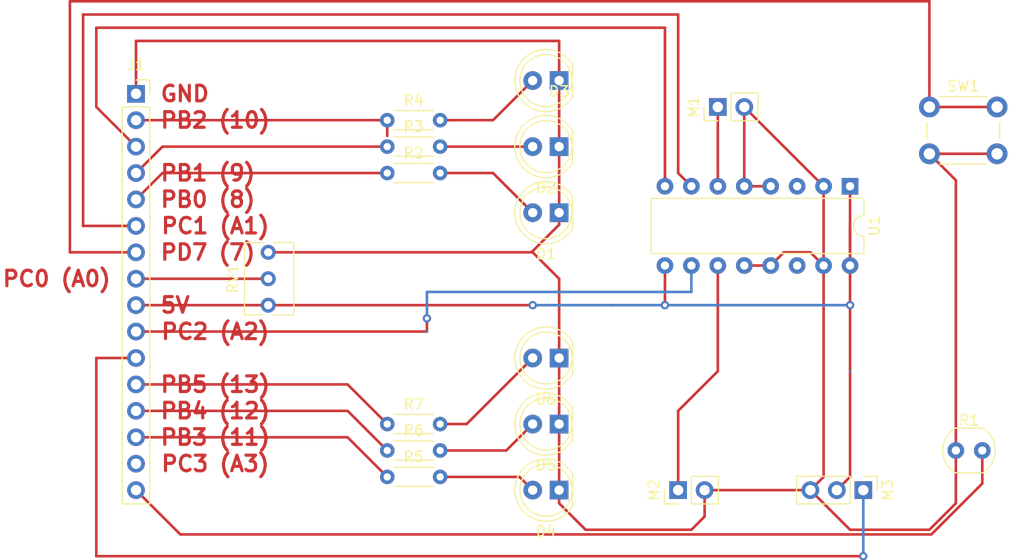
<source format=kicad_pcb>
(kicad_pcb (version 20171130) (host pcbnew 5.1.5-52549c5~84~ubuntu18.04.1)

  (general
    (thickness 1.6)
    (drawings 13)
    (tracks 119)
    (zones 0)
    (modules 20)
    (nets 27)
  )

  (page A4)
  (layers
    (0 F.Cu signal)
    (31 B.Cu signal)
    (32 B.Adhes user hide)
    (33 F.Adhes user hide)
    (34 B.Paste user hide)
    (35 F.Paste user hide)
    (36 B.SilkS user)
    (37 F.SilkS user)
    (38 B.Mask user)
    (39 F.Mask user)
    (40 Dwgs.User user)
    (41 Cmts.User user)
    (42 Eco1.User user)
    (43 Eco2.User user)
    (44 Edge.Cuts user)
    (45 Margin user)
    (46 B.CrtYd user)
    (47 F.CrtYd user)
    (48 B.Fab user)
    (49 F.Fab user)
  )

  (setup
    (last_trace_width 0.25)
    (trace_clearance 0.2)
    (zone_clearance 0.508)
    (zone_45_only no)
    (trace_min 0.2)
    (via_size 0.8)
    (via_drill 0.4)
    (via_min_size 0.4)
    (via_min_drill 0.3)
    (uvia_size 0.3)
    (uvia_drill 0.1)
    (uvias_allowed no)
    (uvia_min_size 0.2)
    (uvia_min_drill 0.1)
    (edge_width 0.05)
    (segment_width 0.2)
    (pcb_text_width 0.3)
    (pcb_text_size 1.5 1.5)
    (mod_edge_width 0.12)
    (mod_text_size 1 1)
    (mod_text_width 0.15)
    (pad_size 1.524 1.524)
    (pad_drill 0.762)
    (pad_to_mask_clearance 0.051)
    (solder_mask_min_width 0.25)
    (aux_axis_origin 0 0)
    (visible_elements FFFFFF7F)
    (pcbplotparams
      (layerselection 0x010fc_ffffffff)
      (usegerberextensions false)
      (usegerberattributes false)
      (usegerberadvancedattributes false)
      (creategerberjobfile false)
      (excludeedgelayer true)
      (linewidth 0.100000)
      (plotframeref false)
      (viasonmask false)
      (mode 1)
      (useauxorigin false)
      (hpglpennumber 1)
      (hpglpenspeed 20)
      (hpglpendiameter 15.000000)
      (psnegative false)
      (psa4output false)
      (plotreference true)
      (plotvalue true)
      (plotinvisibletext false)
      (padsonsilk false)
      (subtractmaskfromsilk false)
      (outputformat 1)
      (mirror false)
      (drillshape 1)
      (scaleselection 1)
      (outputdirectory ""))
  )

  (net 0 "")
  (net 1 "Net-(D1-Pad2)")
  (net 2 GND)
  (net 3 "Net-(D2-Pad2)")
  (net 4 "Net-(D3-Pad2)")
  (net 5 "Net-(D4-Pad2)")
  (net 6 "Net-(D5-Pad2)")
  (net 7 "Net-(D6-Pad2)")
  (net 8 BAGS2)
  (net 9 BAGS1)
  (net 10 ROBOTARM)
  (net 11 GRINDER2)
  (net 12 GRINDER1)
  (net 13 ENGRINDERS)
  (net 14 OVEN2H)
  (net 15 OVEN2M)
  (net 16 OVEN2L)
  (net 17 OVEN1H)
  (net 18 OVEN1M)
  (net 19 OVEN1L)
  (net 20 SILO)
  (net 21 "Net-(M1-Pad1)")
  (net 22 "Net-(M2-Pad1)")
  (net 23 +9V)
  (net 24 "Net-(U1-Pad14)")
  (net 25 "Net-(U1-Pad3)")
  (net 26 "Net-(J1-Pad16)")

  (net_class Default "This is the default net class."
    (clearance 0.2)
    (trace_width 0.25)
    (via_dia 0.8)
    (via_drill 0.4)
    (uvia_dia 0.3)
    (uvia_drill 0.1)
    (add_net +9V)
    (add_net BAGS1)
    (add_net BAGS2)
    (add_net ENGRINDERS)
    (add_net GND)
    (add_net GRINDER1)
    (add_net GRINDER2)
    (add_net "Net-(D1-Pad2)")
    (add_net "Net-(D2-Pad2)")
    (add_net "Net-(D3-Pad2)")
    (add_net "Net-(D4-Pad2)")
    (add_net "Net-(D5-Pad2)")
    (add_net "Net-(D6-Pad2)")
    (add_net "Net-(J1-Pad16)")
    (add_net "Net-(M1-Pad1)")
    (add_net "Net-(M2-Pad1)")
    (add_net "Net-(U1-Pad14)")
    (add_net "Net-(U1-Pad3)")
    (add_net OVEN1H)
    (add_net OVEN1L)
    (add_net OVEN1M)
    (add_net OVEN2H)
    (add_net OVEN2L)
    (add_net OVEN2M)
    (add_net ROBOTARM)
    (add_net SILO)
  )

  (module Package_DIP:DIP-16_W7.62mm (layer F.Cu) (tedit 5A02E8C5) (tstamp 5D4CD4F0)
    (at 152.4 83.82 270)
    (descr "16-lead though-hole mounted DIP package, row spacing 7.62 mm (300 mils)")
    (tags "THT DIP DIL PDIP 2.54mm 7.62mm 300mil")
    (path /5D3F3AF9)
    (fp_text reference U1 (at 3.81 -2.33 90) (layer F.SilkS)
      (effects (font (size 1 1) (thickness 0.15)))
    )
    (fp_text value L293D (at 3.81 20.11 90) (layer F.Fab)
      (effects (font (size 1 1) (thickness 0.15)))
    )
    (fp_text user %R (at 3.81 8.89 90) (layer F.Fab)
      (effects (font (size 1 1) (thickness 0.15)))
    )
    (fp_line (start 8.7 -1.55) (end -1.1 -1.55) (layer F.CrtYd) (width 0.05))
    (fp_line (start 8.7 19.3) (end 8.7 -1.55) (layer F.CrtYd) (width 0.05))
    (fp_line (start -1.1 19.3) (end 8.7 19.3) (layer F.CrtYd) (width 0.05))
    (fp_line (start -1.1 -1.55) (end -1.1 19.3) (layer F.CrtYd) (width 0.05))
    (fp_line (start 6.46 -1.33) (end 4.81 -1.33) (layer F.SilkS) (width 0.12))
    (fp_line (start 6.46 19.11) (end 6.46 -1.33) (layer F.SilkS) (width 0.12))
    (fp_line (start 1.16 19.11) (end 6.46 19.11) (layer F.SilkS) (width 0.12))
    (fp_line (start 1.16 -1.33) (end 1.16 19.11) (layer F.SilkS) (width 0.12))
    (fp_line (start 2.81 -1.33) (end 1.16 -1.33) (layer F.SilkS) (width 0.12))
    (fp_line (start 0.635 -0.27) (end 1.635 -1.27) (layer F.Fab) (width 0.1))
    (fp_line (start 0.635 19.05) (end 0.635 -0.27) (layer F.Fab) (width 0.1))
    (fp_line (start 6.985 19.05) (end 0.635 19.05) (layer F.Fab) (width 0.1))
    (fp_line (start 6.985 -1.27) (end 6.985 19.05) (layer F.Fab) (width 0.1))
    (fp_line (start 1.635 -1.27) (end 6.985 -1.27) (layer F.Fab) (width 0.1))
    (fp_arc (start 3.81 -1.33) (end 2.81 -1.33) (angle -180) (layer F.SilkS) (width 0.12))
    (pad 16 thru_hole oval (at 7.62 0 270) (size 1.6 1.6) (drill 0.8) (layers *.Cu *.Mask)
      (net 13 ENGRINDERS))
    (pad 8 thru_hole oval (at 0 17.78 270) (size 1.6 1.6) (drill 0.8) (layers *.Cu *.Mask)
      (net 23 +9V))
    (pad 15 thru_hole oval (at 7.62 2.54 270) (size 1.6 1.6) (drill 0.8) (layers *.Cu *.Mask)
      (net 2 GND))
    (pad 7 thru_hole oval (at 0 15.24 270) (size 1.6 1.6) (drill 0.8) (layers *.Cu *.Mask)
      (net 12 GRINDER1))
    (pad 14 thru_hole oval (at 7.62 5.08 270) (size 1.6 1.6) (drill 0.8) (layers *.Cu *.Mask)
      (net 24 "Net-(U1-Pad14)"))
    (pad 6 thru_hole oval (at 0 12.7 270) (size 1.6 1.6) (drill 0.8) (layers *.Cu *.Mask)
      (net 21 "Net-(M1-Pad1)"))
    (pad 13 thru_hole oval (at 7.62 7.62 270) (size 1.6 1.6) (drill 0.8) (layers *.Cu *.Mask)
      (net 2 GND))
    (pad 5 thru_hole oval (at 0 10.16 270) (size 1.6 1.6) (drill 0.8) (layers *.Cu *.Mask)
      (net 2 GND))
    (pad 12 thru_hole oval (at 7.62 10.16 270) (size 1.6 1.6) (drill 0.8) (layers *.Cu *.Mask)
      (net 2 GND))
    (pad 4 thru_hole oval (at 0 7.62 270) (size 1.6 1.6) (drill 0.8) (layers *.Cu *.Mask)
      (net 2 GND))
    (pad 11 thru_hole oval (at 7.62 12.7 270) (size 1.6 1.6) (drill 0.8) (layers *.Cu *.Mask)
      (net 22 "Net-(M2-Pad1)"))
    (pad 3 thru_hole oval (at 0 5.08 270) (size 1.6 1.6) (drill 0.8) (layers *.Cu *.Mask)
      (net 25 "Net-(U1-Pad3)"))
    (pad 10 thru_hole oval (at 7.62 15.24 270) (size 1.6 1.6) (drill 0.8) (layers *.Cu *.Mask)
      (net 11 GRINDER2))
    (pad 2 thru_hole oval (at 0 2.54 270) (size 1.6 1.6) (drill 0.8) (layers *.Cu *.Mask)
      (net 2 GND))
    (pad 9 thru_hole oval (at 7.62 17.78 270) (size 1.6 1.6) (drill 0.8) (layers *.Cu *.Mask)
      (net 13 ENGRINDERS))
    (pad 1 thru_hole rect (at 0 0 270) (size 1.6 1.6) (drill 0.8) (layers *.Cu *.Mask)
      (net 13 ENGRINDERS))
    (model ${KISYS3DMOD}/Package_DIP.3dshapes/DIP-16_W7.62mm.wrl
      (at (xyz 0 0 0))
      (scale (xyz 1 1 1))
      (rotate (xyz 0 0 0))
    )
  )

  (module Connector_PinSocket_2.54mm:PinSocket_1x16_P2.54mm_Vertical (layer F.Cu) (tedit 5A19A41E) (tstamp 5D4CD35D)
    (at 83.82 74.93)
    (descr "Through hole straight socket strip, 1x16, 2.54mm pitch, single row (from Kicad 4.0.7), script generated")
    (tags "Through hole socket strip THT 1x16 2.54mm single row")
    (path /5D4E19C2)
    (fp_text reference J1 (at 0 -2.77) (layer F.SilkS)
      (effects (font (size 1 1) (thickness 0.15)))
    )
    (fp_text value Conn_01x14_MountingPin (at 0 40.87) (layer F.Fab)
      (effects (font (size 1 1) (thickness 0.15)))
    )
    (fp_text user %R (at 0 19.05 90) (layer F.Fab)
      (effects (font (size 1 1) (thickness 0.15)))
    )
    (fp_line (start -1.8 39.9) (end -1.8 -1.8) (layer F.CrtYd) (width 0.05))
    (fp_line (start 1.75 39.9) (end -1.8 39.9) (layer F.CrtYd) (width 0.05))
    (fp_line (start 1.75 -1.8) (end 1.75 39.9) (layer F.CrtYd) (width 0.05))
    (fp_line (start -1.8 -1.8) (end 1.75 -1.8) (layer F.CrtYd) (width 0.05))
    (fp_line (start 0 -1.33) (end 1.33 -1.33) (layer F.SilkS) (width 0.12))
    (fp_line (start 1.33 -1.33) (end 1.33 0) (layer F.SilkS) (width 0.12))
    (fp_line (start 1.33 1.27) (end 1.33 39.43) (layer F.SilkS) (width 0.12))
    (fp_line (start -1.33 39.43) (end 1.33 39.43) (layer F.SilkS) (width 0.12))
    (fp_line (start -1.33 1.27) (end -1.33 39.43) (layer F.SilkS) (width 0.12))
    (fp_line (start -1.33 1.27) (end 1.33 1.27) (layer F.SilkS) (width 0.12))
    (fp_line (start -1.27 39.37) (end -1.27 -1.27) (layer F.Fab) (width 0.1))
    (fp_line (start 1.27 39.37) (end -1.27 39.37) (layer F.Fab) (width 0.1))
    (fp_line (start 1.27 -0.635) (end 1.27 39.37) (layer F.Fab) (width 0.1))
    (fp_line (start 0.635 -1.27) (end 1.27 -0.635) (layer F.Fab) (width 0.1))
    (fp_line (start -1.27 -1.27) (end 0.635 -1.27) (layer F.Fab) (width 0.1))
    (pad 16 thru_hole oval (at 0 38.1) (size 1.7 1.7) (drill 1) (layers *.Cu *.Mask)
      (net 26 "Net-(J1-Pad16)"))
    (pad 15 thru_hole oval (at 0 35.56) (size 1.7 1.7) (drill 1) (layers *.Cu *.Mask)
      (net 8 BAGS2))
    (pad 14 thru_hole oval (at 0 33.02) (size 1.7 1.7) (drill 1) (layers *.Cu *.Mask)
      (net 14 OVEN2H))
    (pad 13 thru_hole oval (at 0 30.48) (size 1.7 1.7) (drill 1) (layers *.Cu *.Mask)
      (net 15 OVEN2M))
    (pad 12 thru_hole oval (at 0 27.94) (size 1.7 1.7) (drill 1) (layers *.Cu *.Mask)
      (net 16 OVEN2L))
    (pad 11 thru_hole oval (at 0 25.4) (size 1.7 1.7) (drill 1) (layers *.Cu *.Mask)
      (net 10 ROBOTARM))
    (pad 10 thru_hole oval (at 0 22.86) (size 1.7 1.7) (drill 1) (layers *.Cu *.Mask)
      (net 11 GRINDER2))
    (pad 9 thru_hole oval (at 0 20.32) (size 1.7 1.7) (drill 1) (layers *.Cu *.Mask)
      (net 13 ENGRINDERS))
    (pad 8 thru_hole oval (at 0 17.78) (size 1.7 1.7) (drill 1) (layers *.Cu *.Mask)
      (net 20 SILO))
    (pad 7 thru_hole oval (at 0 15.24) (size 1.7 1.7) (drill 1) (layers *.Cu *.Mask)
      (net 9 BAGS1))
    (pad 6 thru_hole oval (at 0 12.7) (size 1.7 1.7) (drill 1) (layers *.Cu *.Mask)
      (net 12 GRINDER1))
    (pad 5 thru_hole oval (at 0 10.16) (size 1.7 1.7) (drill 1) (layers *.Cu *.Mask)
      (net 17 OVEN1H))
    (pad 4 thru_hole oval (at 0 7.62) (size 1.7 1.7) (drill 1) (layers *.Cu *.Mask)
      (net 18 OVEN1M))
    (pad 3 thru_hole oval (at 0 5.08) (size 1.7 1.7) (drill 1) (layers *.Cu *.Mask)
      (net 23 +9V))
    (pad 2 thru_hole oval (at 0 2.54) (size 1.7 1.7) (drill 1) (layers *.Cu *.Mask)
      (net 19 OVEN1L))
    (pad 1 thru_hole rect (at 0 0) (size 1.7 1.7) (drill 1) (layers *.Cu *.Mask)
      (net 2 GND))
    (model ${KISYS3DMOD}/Connector_PinSocket_2.54mm.3dshapes/PinSocket_1x16_P2.54mm_Vertical.wrl
      (at (xyz 0 0 0))
      (scale (xyz 1 1 1))
      (rotate (xyz 0 0 0))
    )
  )

  (module Potentiometer_THT:Potentiometer_Bourns_3266Y_Vertical (layer F.Cu) (tedit 5A3D4994) (tstamp 5D53EE5E)
    (at 96.52 90.17 90)
    (descr "Potentiometer, vertical, Bourns 3266Y, https://www.bourns.com/docs/Product-Datasheets/3266.pdf")
    (tags "Potentiometer vertical Bourns 3266Y")
    (path /5D41CF2F)
    (fp_text reference RV1 (at -2.54 -3.41 90) (layer F.SilkS)
      (effects (font (size 1 1) (thickness 0.15)))
    )
    (fp_text value SILO (at -2.54 3.59 90) (layer F.Fab)
      (effects (font (size 1 1) (thickness 0.15)))
    )
    (fp_text user %R (at -3.15 0.09 90) (layer F.Fab)
      (effects (font (size 0.92 0.92) (thickness 0.15)))
    )
    (fp_line (start 1.1 -2.45) (end -6.15 -2.45) (layer F.CrtYd) (width 0.05))
    (fp_line (start 1.1 2.6) (end 1.1 -2.45) (layer F.CrtYd) (width 0.05))
    (fp_line (start -6.15 2.6) (end 1.1 2.6) (layer F.CrtYd) (width 0.05))
    (fp_line (start -6.15 -2.45) (end -6.15 2.6) (layer F.CrtYd) (width 0.05))
    (fp_line (start 0.935 0.496) (end 0.935 2.46) (layer F.SilkS) (width 0.12))
    (fp_line (start 0.935 -2.28) (end 0.935 -0.494) (layer F.SilkS) (width 0.12))
    (fp_line (start -6.015 0.496) (end -6.015 2.46) (layer F.SilkS) (width 0.12))
    (fp_line (start -6.015 -2.28) (end -6.015 -0.494) (layer F.SilkS) (width 0.12))
    (fp_line (start -6.015 2.46) (end 0.935 2.46) (layer F.SilkS) (width 0.12))
    (fp_line (start -6.015 -2.28) (end 0.935 -2.28) (layer F.SilkS) (width 0.12))
    (fp_line (start -0.405 1.952) (end -0.404 0.189) (layer F.Fab) (width 0.1))
    (fp_line (start -0.405 1.952) (end -0.404 0.189) (layer F.Fab) (width 0.1))
    (fp_line (start 0.815 -2.16) (end -5.895 -2.16) (layer F.Fab) (width 0.1))
    (fp_line (start 0.815 2.34) (end 0.815 -2.16) (layer F.Fab) (width 0.1))
    (fp_line (start -5.895 2.34) (end 0.815 2.34) (layer F.Fab) (width 0.1))
    (fp_line (start -5.895 -2.16) (end -5.895 2.34) (layer F.Fab) (width 0.1))
    (fp_circle (center -0.405 1.07) (end 0.485 1.07) (layer F.Fab) (width 0.1))
    (pad 3 thru_hole circle (at -5.08 0 90) (size 1.44 1.44) (drill 0.8) (layers *.Cu *.Mask)
      (net 13 ENGRINDERS))
    (pad 2 thru_hole circle (at -2.54 0 90) (size 1.44 1.44) (drill 0.8) (layers *.Cu *.Mask)
      (net 20 SILO))
    (pad 1 thru_hole circle (at 0 0 90) (size 1.44 1.44) (drill 0.8) (layers *.Cu *.Mask)
      (net 2 GND))
    (model ${KISYS3DMOD}/Potentiometer_THT.3dshapes/Potentiometer_Bourns_3266Y_Vertical.wrl
      (at (xyz 0 0 0))
      (scale (xyz 1 1 1))
      (rotate (xyz 0 0 0))
    )
  )

  (module Connector_PinHeader_2.54mm:PinHeader_1x03_P2.54mm_Vertical (layer F.Cu) (tedit 59FED5CC) (tstamp 5D4CD403)
    (at 153.67 113.03 270)
    (descr "Through hole straight pin header, 1x03, 2.54mm pitch, single row")
    (tags "Through hole pin header THT 1x03 2.54mm single row")
    (path /5D4931E1)
    (fp_text reference M3 (at 0 -2.33 90) (layer F.SilkS)
      (effects (font (size 1 1) (thickness 0.15)))
    )
    (fp_text value ROBOTARM (at 0 7.41 90) (layer F.Fab)
      (effects (font (size 1 1) (thickness 0.15)))
    )
    (fp_text user %R (at 0 2.54) (layer F.Fab)
      (effects (font (size 1 1) (thickness 0.15)))
    )
    (fp_line (start 1.8 -1.8) (end -1.8 -1.8) (layer F.CrtYd) (width 0.05))
    (fp_line (start 1.8 6.85) (end 1.8 -1.8) (layer F.CrtYd) (width 0.05))
    (fp_line (start -1.8 6.85) (end 1.8 6.85) (layer F.CrtYd) (width 0.05))
    (fp_line (start -1.8 -1.8) (end -1.8 6.85) (layer F.CrtYd) (width 0.05))
    (fp_line (start -1.33 -1.33) (end 0 -1.33) (layer F.SilkS) (width 0.12))
    (fp_line (start -1.33 0) (end -1.33 -1.33) (layer F.SilkS) (width 0.12))
    (fp_line (start -1.33 1.27) (end 1.33 1.27) (layer F.SilkS) (width 0.12))
    (fp_line (start 1.33 1.27) (end 1.33 6.41) (layer F.SilkS) (width 0.12))
    (fp_line (start -1.33 1.27) (end -1.33 6.41) (layer F.SilkS) (width 0.12))
    (fp_line (start -1.33 6.41) (end 1.33 6.41) (layer F.SilkS) (width 0.12))
    (fp_line (start -1.27 -0.635) (end -0.635 -1.27) (layer F.Fab) (width 0.1))
    (fp_line (start -1.27 6.35) (end -1.27 -0.635) (layer F.Fab) (width 0.1))
    (fp_line (start 1.27 6.35) (end -1.27 6.35) (layer F.Fab) (width 0.1))
    (fp_line (start 1.27 -1.27) (end 1.27 6.35) (layer F.Fab) (width 0.1))
    (fp_line (start -0.635 -1.27) (end 1.27 -1.27) (layer F.Fab) (width 0.1))
    (pad 3 thru_hole oval (at 0 5.08 270) (size 1.7 1.7) (drill 1) (layers *.Cu *.Mask)
      (net 2 GND))
    (pad 2 thru_hole oval (at 0 2.54 270) (size 1.7 1.7) (drill 1) (layers *.Cu *.Mask)
      (net 13 ENGRINDERS))
    (pad 1 thru_hole rect (at 0 0 270) (size 1.7 1.7) (drill 1) (layers *.Cu *.Mask)
      (net 10 ROBOTARM))
    (model ${KISYS3DMOD}/Connector_PinHeader_2.54mm.3dshapes/PinHeader_1x03_P2.54mm_Vertical.wrl
      (at (xyz 0 0 0))
      (scale (xyz 1 1 1))
      (rotate (xyz 0 0 0))
    )
  )

  (module Connector_PinHeader_2.54mm:PinHeader_1x02_P2.54mm_Vertical (layer F.Cu) (tedit 59FED5CC) (tstamp 5D4CD3C3)
    (at 135.89 113.03 90)
    (descr "Through hole straight pin header, 1x02, 2.54mm pitch, single row")
    (tags "Through hole pin header THT 1x02 2.54mm single row")
    (path /5D3F5B2B)
    (fp_text reference M2 (at 0 -2.33 90) (layer F.SilkS)
      (effects (font (size 1 1) (thickness 0.15)))
    )
    (fp_text value Grinder2 (at 0 4.87 90) (layer F.Fab)
      (effects (font (size 1 1) (thickness 0.15)))
    )
    (fp_text user %R (at 0 1.27) (layer F.Fab)
      (effects (font (size 1 1) (thickness 0.15)))
    )
    (fp_line (start 1.8 -1.8) (end -1.8 -1.8) (layer F.CrtYd) (width 0.05))
    (fp_line (start 1.8 4.35) (end 1.8 -1.8) (layer F.CrtYd) (width 0.05))
    (fp_line (start -1.8 4.35) (end 1.8 4.35) (layer F.CrtYd) (width 0.05))
    (fp_line (start -1.8 -1.8) (end -1.8 4.35) (layer F.CrtYd) (width 0.05))
    (fp_line (start -1.33 -1.33) (end 0 -1.33) (layer F.SilkS) (width 0.12))
    (fp_line (start -1.33 0) (end -1.33 -1.33) (layer F.SilkS) (width 0.12))
    (fp_line (start -1.33 1.27) (end 1.33 1.27) (layer F.SilkS) (width 0.12))
    (fp_line (start 1.33 1.27) (end 1.33 3.87) (layer F.SilkS) (width 0.12))
    (fp_line (start -1.33 1.27) (end -1.33 3.87) (layer F.SilkS) (width 0.12))
    (fp_line (start -1.33 3.87) (end 1.33 3.87) (layer F.SilkS) (width 0.12))
    (fp_line (start -1.27 -0.635) (end -0.635 -1.27) (layer F.Fab) (width 0.1))
    (fp_line (start -1.27 3.81) (end -1.27 -0.635) (layer F.Fab) (width 0.1))
    (fp_line (start 1.27 3.81) (end -1.27 3.81) (layer F.Fab) (width 0.1))
    (fp_line (start 1.27 -1.27) (end 1.27 3.81) (layer F.Fab) (width 0.1))
    (fp_line (start -0.635 -1.27) (end 1.27 -1.27) (layer F.Fab) (width 0.1))
    (pad 2 thru_hole oval (at 0 2.54 90) (size 1.7 1.7) (drill 1) (layers *.Cu *.Mask)
      (net 2 GND))
    (pad 1 thru_hole rect (at 0 0 90) (size 1.7 1.7) (drill 1) (layers *.Cu *.Mask)
      (net 22 "Net-(M2-Pad1)"))
    (model ${KISYS3DMOD}/Connector_PinHeader_2.54mm.3dshapes/PinHeader_1x02_P2.54mm_Vertical.wrl
      (at (xyz 0 0 0))
      (scale (xyz 1 1 1))
      (rotate (xyz 0 0 0))
    )
  )

  (module Connector_PinHeader_2.54mm:PinHeader_1x02_P2.54mm_Vertical (layer F.Cu) (tedit 59FED5CC) (tstamp 5D4CD390)
    (at 139.7 76.2 90)
    (descr "Through hole straight pin header, 1x02, 2.54mm pitch, single row")
    (tags "Through hole pin header THT 1x02 2.54mm single row")
    (path /5D3F58A9)
    (fp_text reference M1 (at 0 -2.33 90) (layer F.SilkS)
      (effects (font (size 1 1) (thickness 0.15)))
    )
    (fp_text value Grinder1 (at 0 4.87 90) (layer F.Fab)
      (effects (font (size 1 1) (thickness 0.15)))
    )
    (fp_text user %R (at 0 1.27) (layer F.Fab)
      (effects (font (size 1 1) (thickness 0.15)))
    )
    (fp_line (start 1.8 -1.8) (end -1.8 -1.8) (layer F.CrtYd) (width 0.05))
    (fp_line (start 1.8 4.35) (end 1.8 -1.8) (layer F.CrtYd) (width 0.05))
    (fp_line (start -1.8 4.35) (end 1.8 4.35) (layer F.CrtYd) (width 0.05))
    (fp_line (start -1.8 -1.8) (end -1.8 4.35) (layer F.CrtYd) (width 0.05))
    (fp_line (start -1.33 -1.33) (end 0 -1.33) (layer F.SilkS) (width 0.12))
    (fp_line (start -1.33 0) (end -1.33 -1.33) (layer F.SilkS) (width 0.12))
    (fp_line (start -1.33 1.27) (end 1.33 1.27) (layer F.SilkS) (width 0.12))
    (fp_line (start 1.33 1.27) (end 1.33 3.87) (layer F.SilkS) (width 0.12))
    (fp_line (start -1.33 1.27) (end -1.33 3.87) (layer F.SilkS) (width 0.12))
    (fp_line (start -1.33 3.87) (end 1.33 3.87) (layer F.SilkS) (width 0.12))
    (fp_line (start -1.27 -0.635) (end -0.635 -1.27) (layer F.Fab) (width 0.1))
    (fp_line (start -1.27 3.81) (end -1.27 -0.635) (layer F.Fab) (width 0.1))
    (fp_line (start 1.27 3.81) (end -1.27 3.81) (layer F.Fab) (width 0.1))
    (fp_line (start 1.27 -1.27) (end 1.27 3.81) (layer F.Fab) (width 0.1))
    (fp_line (start -0.635 -1.27) (end 1.27 -1.27) (layer F.Fab) (width 0.1))
    (pad 2 thru_hole oval (at 0 2.54 90) (size 1.7 1.7) (drill 1) (layers *.Cu *.Mask)
      (net 2 GND))
    (pad 1 thru_hole rect (at 0 0 90) (size 1.7 1.7) (drill 1) (layers *.Cu *.Mask)
      (net 21 "Net-(M1-Pad1)"))
    (model ${KISYS3DMOD}/Connector_PinHeader_2.54mm.3dshapes/PinHeader_1x02_P2.54mm_Vertical.wrl
      (at (xyz 0 0 0))
      (scale (xyz 1 1 1))
      (rotate (xyz 0 0 0))
    )
  )

  (module LED_THT:LED_D5.0mm (layer F.Cu) (tedit 5995936A) (tstamp 5D4CD2EA)
    (at 124.46 80.01 180)
    (descr "LED, diameter 5.0mm, 2 pins, http://cdn-reichelt.de/documents/datenblatt/A500/LL-504BC2E-009.pdf")
    (tags "LED diameter 5.0mm 2 pins")
    (path /5D44D77B)
    (fp_text reference D2 (at 1.27 -3.96) (layer F.SilkS)
      (effects (font (size 1 1) (thickness 0.15)))
    )
    (fp_text value LED (at 1.27 3.96) (layer F.Fab)
      (effects (font (size 1 1) (thickness 0.15)))
    )
    (fp_text user %R (at 1.25 0) (layer F.Fab)
      (effects (font (size 0.8 0.8) (thickness 0.2)))
    )
    (fp_line (start 4.5 -3.25) (end -1.95 -3.25) (layer F.CrtYd) (width 0.05))
    (fp_line (start 4.5 3.25) (end 4.5 -3.25) (layer F.CrtYd) (width 0.05))
    (fp_line (start -1.95 3.25) (end 4.5 3.25) (layer F.CrtYd) (width 0.05))
    (fp_line (start -1.95 -3.25) (end -1.95 3.25) (layer F.CrtYd) (width 0.05))
    (fp_line (start -1.29 -1.545) (end -1.29 1.545) (layer F.SilkS) (width 0.12))
    (fp_line (start -1.23 -1.469694) (end -1.23 1.469694) (layer F.Fab) (width 0.1))
    (fp_circle (center 1.27 0) (end 3.77 0) (layer F.SilkS) (width 0.12))
    (fp_circle (center 1.27 0) (end 3.77 0) (layer F.Fab) (width 0.1))
    (fp_arc (start 1.27 0) (end -1.29 1.54483) (angle -148.9) (layer F.SilkS) (width 0.12))
    (fp_arc (start 1.27 0) (end -1.29 -1.54483) (angle 148.9) (layer F.SilkS) (width 0.12))
    (fp_arc (start 1.27 0) (end -1.23 -1.469694) (angle 299.1) (layer F.Fab) (width 0.1))
    (pad 2 thru_hole circle (at 2.54 0 180) (size 1.8 1.8) (drill 0.9) (layers *.Cu *.Mask)
      (net 3 "Net-(D2-Pad2)"))
    (pad 1 thru_hole rect (at 0 0 180) (size 1.8 1.8) (drill 0.9) (layers *.Cu *.Mask)
      (net 2 GND))
    (model ${KISYS3DMOD}/LED_THT.3dshapes/LED_D5.0mm.wrl
      (at (xyz 0 0 0))
      (scale (xyz 1 1 1))
      (rotate (xyz 0 0 0))
    )
  )

  (module LED_THT:LED_D5.0mm (layer F.Cu) (tedit 5995936A) (tstamp 5D4CD33A)
    (at 124.46 100.33 180)
    (descr "LED, diameter 5.0mm, 2 pins, http://cdn-reichelt.de/documents/datenblatt/A500/LL-504BC2E-009.pdf")
    (tags "LED diameter 5.0mm 2 pins")
    (path /5D48B6AA)
    (fp_text reference D6 (at 1.27 -3.96) (layer F.SilkS)
      (effects (font (size 1 1) (thickness 0.15)))
    )
    (fp_text value LED (at 1.27 3.96) (layer F.Fab)
      (effects (font (size 1 1) (thickness 0.15)))
    )
    (fp_text user %R (at 1.25 0) (layer F.Fab)
      (effects (font (size 0.8 0.8) (thickness 0.2)))
    )
    (fp_line (start 4.5 -3.25) (end -1.95 -3.25) (layer F.CrtYd) (width 0.05))
    (fp_line (start 4.5 3.25) (end 4.5 -3.25) (layer F.CrtYd) (width 0.05))
    (fp_line (start -1.95 3.25) (end 4.5 3.25) (layer F.CrtYd) (width 0.05))
    (fp_line (start -1.95 -3.25) (end -1.95 3.25) (layer F.CrtYd) (width 0.05))
    (fp_line (start -1.29 -1.545) (end -1.29 1.545) (layer F.SilkS) (width 0.12))
    (fp_line (start -1.23 -1.469694) (end -1.23 1.469694) (layer F.Fab) (width 0.1))
    (fp_circle (center 1.27 0) (end 3.77 0) (layer F.SilkS) (width 0.12))
    (fp_circle (center 1.27 0) (end 3.77 0) (layer F.Fab) (width 0.1))
    (fp_arc (start 1.27 0) (end -1.29 1.54483) (angle -148.9) (layer F.SilkS) (width 0.12))
    (fp_arc (start 1.27 0) (end -1.29 -1.54483) (angle 148.9) (layer F.SilkS) (width 0.12))
    (fp_arc (start 1.27 0) (end -1.23 -1.469694) (angle 299.1) (layer F.Fab) (width 0.1))
    (pad 2 thru_hole circle (at 2.54 0 180) (size 1.8 1.8) (drill 0.9) (layers *.Cu *.Mask)
      (net 7 "Net-(D6-Pad2)"))
    (pad 1 thru_hole rect (at 0 0 180) (size 1.8 1.8) (drill 0.9) (layers *.Cu *.Mask)
      (net 2 GND))
    (model ${KISYS3DMOD}/LED_THT.3dshapes/LED_D5.0mm.wrl
      (at (xyz 0 0 0))
      (scale (xyz 1 1 1))
      (rotate (xyz 0 0 0))
    )
  )

  (module LED_THT:LED_D5.0mm (layer F.Cu) (tedit 5995936A) (tstamp 5D4CD326)
    (at 124.46 106.68 180)
    (descr "LED, diameter 5.0mm, 2 pins, http://cdn-reichelt.de/documents/datenblatt/A500/LL-504BC2E-009.pdf")
    (tags "LED diameter 5.0mm 2 pins")
    (path /5D48B6A4)
    (fp_text reference D5 (at 1.27 -3.96) (layer F.SilkS)
      (effects (font (size 1 1) (thickness 0.15)))
    )
    (fp_text value LED (at 1.27 3.96) (layer F.Fab)
      (effects (font (size 1 1) (thickness 0.15)))
    )
    (fp_text user %R (at 1.25 0) (layer F.Fab)
      (effects (font (size 0.8 0.8) (thickness 0.2)))
    )
    (fp_line (start 4.5 -3.25) (end -1.95 -3.25) (layer F.CrtYd) (width 0.05))
    (fp_line (start 4.5 3.25) (end 4.5 -3.25) (layer F.CrtYd) (width 0.05))
    (fp_line (start -1.95 3.25) (end 4.5 3.25) (layer F.CrtYd) (width 0.05))
    (fp_line (start -1.95 -3.25) (end -1.95 3.25) (layer F.CrtYd) (width 0.05))
    (fp_line (start -1.29 -1.545) (end -1.29 1.545) (layer F.SilkS) (width 0.12))
    (fp_line (start -1.23 -1.469694) (end -1.23 1.469694) (layer F.Fab) (width 0.1))
    (fp_circle (center 1.27 0) (end 3.77 0) (layer F.SilkS) (width 0.12))
    (fp_circle (center 1.27 0) (end 3.77 0) (layer F.Fab) (width 0.1))
    (fp_arc (start 1.27 0) (end -1.29 1.54483) (angle -148.9) (layer F.SilkS) (width 0.12))
    (fp_arc (start 1.27 0) (end -1.29 -1.54483) (angle 148.9) (layer F.SilkS) (width 0.12))
    (fp_arc (start 1.27 0) (end -1.23 -1.469694) (angle 299.1) (layer F.Fab) (width 0.1))
    (pad 2 thru_hole circle (at 2.54 0 180) (size 1.8 1.8) (drill 0.9) (layers *.Cu *.Mask)
      (net 6 "Net-(D5-Pad2)"))
    (pad 1 thru_hole rect (at 0 0 180) (size 1.8 1.8) (drill 0.9) (layers *.Cu *.Mask)
      (net 2 GND))
    (model ${KISYS3DMOD}/LED_THT.3dshapes/LED_D5.0mm.wrl
      (at (xyz 0 0 0))
      (scale (xyz 1 1 1))
      (rotate (xyz 0 0 0))
    )
  )

  (module LED_THT:LED_D5.0mm (layer F.Cu) (tedit 5995936A) (tstamp 5D4CD312)
    (at 124.46 113.03 180)
    (descr "LED, diameter 5.0mm, 2 pins, http://cdn-reichelt.de/documents/datenblatt/A500/LL-504BC2E-009.pdf")
    (tags "LED diameter 5.0mm 2 pins")
    (path /5D48B6B0)
    (fp_text reference D4 (at 1.27 -3.96) (layer F.SilkS)
      (effects (font (size 1 1) (thickness 0.15)))
    )
    (fp_text value LED (at 1.27 3.96) (layer F.Fab)
      (effects (font (size 1 1) (thickness 0.15)))
    )
    (fp_text user %R (at 1.25 0) (layer F.Fab)
      (effects (font (size 0.8 0.8) (thickness 0.2)))
    )
    (fp_line (start 4.5 -3.25) (end -1.95 -3.25) (layer F.CrtYd) (width 0.05))
    (fp_line (start 4.5 3.25) (end 4.5 -3.25) (layer F.CrtYd) (width 0.05))
    (fp_line (start -1.95 3.25) (end 4.5 3.25) (layer F.CrtYd) (width 0.05))
    (fp_line (start -1.95 -3.25) (end -1.95 3.25) (layer F.CrtYd) (width 0.05))
    (fp_line (start -1.29 -1.545) (end -1.29 1.545) (layer F.SilkS) (width 0.12))
    (fp_line (start -1.23 -1.469694) (end -1.23 1.469694) (layer F.Fab) (width 0.1))
    (fp_circle (center 1.27 0) (end 3.77 0) (layer F.SilkS) (width 0.12))
    (fp_circle (center 1.27 0) (end 3.77 0) (layer F.Fab) (width 0.1))
    (fp_arc (start 1.27 0) (end -1.29 1.54483) (angle -148.9) (layer F.SilkS) (width 0.12))
    (fp_arc (start 1.27 0) (end -1.29 -1.54483) (angle 148.9) (layer F.SilkS) (width 0.12))
    (fp_arc (start 1.27 0) (end -1.23 -1.469694) (angle 299.1) (layer F.Fab) (width 0.1))
    (pad 2 thru_hole circle (at 2.54 0 180) (size 1.8 1.8) (drill 0.9) (layers *.Cu *.Mask)
      (net 5 "Net-(D4-Pad2)"))
    (pad 1 thru_hole rect (at 0 0 180) (size 1.8 1.8) (drill 0.9) (layers *.Cu *.Mask)
      (net 2 GND))
    (model ${KISYS3DMOD}/LED_THT.3dshapes/LED_D5.0mm.wrl
      (at (xyz 0 0 0))
      (scale (xyz 1 1 1))
      (rotate (xyz 0 0 0))
    )
  )

  (module LED_THT:LED_D5.0mm (layer F.Cu) (tedit 5995936A) (tstamp 5D4CD2D6)
    (at 124.46 86.36 180)
    (descr "LED, diameter 5.0mm, 2 pins, http://cdn-reichelt.de/documents/datenblatt/A500/LL-504BC2E-009.pdf")
    (tags "LED diameter 5.0mm 2 pins")
    (path /5D44D787)
    (fp_text reference D1 (at 1.27 -3.96) (layer F.SilkS)
      (effects (font (size 1 1) (thickness 0.15)))
    )
    (fp_text value LED (at 1.27 3.96) (layer F.Fab)
      (effects (font (size 1 1) (thickness 0.15)))
    )
    (fp_text user %R (at 1.25 0) (layer F.Fab)
      (effects (font (size 0.8 0.8) (thickness 0.2)))
    )
    (fp_line (start 4.5 -3.25) (end -1.95 -3.25) (layer F.CrtYd) (width 0.05))
    (fp_line (start 4.5 3.25) (end 4.5 -3.25) (layer F.CrtYd) (width 0.05))
    (fp_line (start -1.95 3.25) (end 4.5 3.25) (layer F.CrtYd) (width 0.05))
    (fp_line (start -1.95 -3.25) (end -1.95 3.25) (layer F.CrtYd) (width 0.05))
    (fp_line (start -1.29 -1.545) (end -1.29 1.545) (layer F.SilkS) (width 0.12))
    (fp_line (start -1.23 -1.469694) (end -1.23 1.469694) (layer F.Fab) (width 0.1))
    (fp_circle (center 1.27 0) (end 3.77 0) (layer F.SilkS) (width 0.12))
    (fp_circle (center 1.27 0) (end 3.77 0) (layer F.Fab) (width 0.1))
    (fp_arc (start 1.27 0) (end -1.29 1.54483) (angle -148.9) (layer F.SilkS) (width 0.12))
    (fp_arc (start 1.27 0) (end -1.29 -1.54483) (angle 148.9) (layer F.SilkS) (width 0.12))
    (fp_arc (start 1.27 0) (end -1.23 -1.469694) (angle 299.1) (layer F.Fab) (width 0.1))
    (pad 2 thru_hole circle (at 2.54 0 180) (size 1.8 1.8) (drill 0.9) (layers *.Cu *.Mask)
      (net 1 "Net-(D1-Pad2)"))
    (pad 1 thru_hole rect (at 0 0 180) (size 1.8 1.8) (drill 0.9) (layers *.Cu *.Mask)
      (net 2 GND))
    (model ${KISYS3DMOD}/LED_THT.3dshapes/LED_D5.0mm.wrl
      (at (xyz 0 0 0))
      (scale (xyz 1 1 1))
      (rotate (xyz 0 0 0))
    )
  )

  (module LED_THT:LED_D5.0mm (layer F.Cu) (tedit 5995936A) (tstamp 5D4CD2FE)
    (at 124.46 73.66 180)
    (descr "LED, diameter 5.0mm, 2 pins, http://cdn-reichelt.de/documents/datenblatt/A500/LL-504BC2E-009.pdf")
    (tags "LED diameter 5.0mm 2 pins")
    (path /5D44D781)
    (fp_text reference D3 (at 0 -1.05) (layer F.SilkS)
      (effects (font (size 1 1) (thickness 0.15)))
    )
    (fp_text value LED (at 0 1.05) (layer F.Fab)
      (effects (font (size 1 1) (thickness 0.15)))
    )
    (fp_text user %R (at 0 -0.68) (layer F.Fab)
      (effects (font (size 0.25 0.25) (thickness 0.04)))
    )
    (fp_line (start 4.5 -3.25) (end -1.95 -3.25) (layer F.CrtYd) (width 0.05))
    (fp_line (start 4.5 3.25) (end 4.5 -3.25) (layer F.CrtYd) (width 0.05))
    (fp_line (start -1.95 3.25) (end 4.5 3.25) (layer F.CrtYd) (width 0.05))
    (fp_line (start -1.95 -3.25) (end -1.95 3.25) (layer F.CrtYd) (width 0.05))
    (fp_line (start -1.29 -1.545) (end -1.29 1.545) (layer F.SilkS) (width 0.12))
    (fp_line (start -1.23 -1.469694) (end -1.23 1.469694) (layer F.Fab) (width 0.1))
    (fp_circle (center 1.27 0) (end 3.77 0) (layer F.SilkS) (width 0.12))
    (fp_circle (center 1.27 0) (end 3.77 0) (layer F.Fab) (width 0.1))
    (fp_arc (start 1.27 0) (end -1.29 1.54483) (angle -148.9) (layer F.SilkS) (width 0.12))
    (fp_arc (start 1.27 0) (end -1.29 -1.54483) (angle 148.9) (layer F.SilkS) (width 0.12))
    (fp_arc (start 1.27 0) (end -1.23 -1.469694) (angle 299.1) (layer F.Fab) (width 0.1))
    (pad 2 thru_hole circle (at 2.54 0 180) (size 1.8 1.8) (drill 0.9) (layers *.Cu *.Mask)
      (net 4 "Net-(D3-Pad2)"))
    (pad 1 thru_hole rect (at 0 0 180) (size 1.8 1.8) (drill 0.9) (layers *.Cu *.Mask)
      (net 2 GND))
    (model ${KISYS3DMOD}/LED_THT.3dshapes/LED_D5.0mm.wrl
      (at (xyz 0 0 0))
      (scale (xyz 1 1 1))
      (rotate (xyz 0 0 0))
    )
  )

  (module Button_Switch_THT:SW_PUSH_6mm_H5mm (layer F.Cu) (tedit 5A02FE31) (tstamp 5D4CD4CC)
    (at 160.02 76.2)
    (descr "tactile push button, 6x6mm e.g. PHAP33xx series, height=5mm")
    (tags "tact sw push 6mm")
    (path /5D4EF43A)
    (fp_text reference SW1 (at 3.25 -2) (layer F.SilkS)
      (effects (font (size 1 1) (thickness 0.15)))
    )
    (fp_text value BAG_COUNTER (at 3.75 6.7) (layer F.Fab)
      (effects (font (size 1 1) (thickness 0.15)))
    )
    (fp_circle (center 3.25 2.25) (end 1.25 2.5) (layer F.Fab) (width 0.1))
    (fp_line (start 6.75 3) (end 6.75 1.5) (layer F.SilkS) (width 0.12))
    (fp_line (start 5.5 -1) (end 1 -1) (layer F.SilkS) (width 0.12))
    (fp_line (start -0.25 1.5) (end -0.25 3) (layer F.SilkS) (width 0.12))
    (fp_line (start 1 5.5) (end 5.5 5.5) (layer F.SilkS) (width 0.12))
    (fp_line (start 8 -1.25) (end 8 5.75) (layer F.CrtYd) (width 0.05))
    (fp_line (start 7.75 6) (end -1.25 6) (layer F.CrtYd) (width 0.05))
    (fp_line (start -1.5 5.75) (end -1.5 -1.25) (layer F.CrtYd) (width 0.05))
    (fp_line (start -1.25 -1.5) (end 7.75 -1.5) (layer F.CrtYd) (width 0.05))
    (fp_line (start -1.5 6) (end -1.25 6) (layer F.CrtYd) (width 0.05))
    (fp_line (start -1.5 5.75) (end -1.5 6) (layer F.CrtYd) (width 0.05))
    (fp_line (start -1.5 -1.5) (end -1.25 -1.5) (layer F.CrtYd) (width 0.05))
    (fp_line (start -1.5 -1.25) (end -1.5 -1.5) (layer F.CrtYd) (width 0.05))
    (fp_line (start 8 -1.5) (end 8 -1.25) (layer F.CrtYd) (width 0.05))
    (fp_line (start 7.75 -1.5) (end 8 -1.5) (layer F.CrtYd) (width 0.05))
    (fp_line (start 8 6) (end 8 5.75) (layer F.CrtYd) (width 0.05))
    (fp_line (start 7.75 6) (end 8 6) (layer F.CrtYd) (width 0.05))
    (fp_line (start 0.25 -0.75) (end 3.25 -0.75) (layer F.Fab) (width 0.1))
    (fp_line (start 0.25 5.25) (end 0.25 -0.75) (layer F.Fab) (width 0.1))
    (fp_line (start 6.25 5.25) (end 0.25 5.25) (layer F.Fab) (width 0.1))
    (fp_line (start 6.25 -0.75) (end 6.25 5.25) (layer F.Fab) (width 0.1))
    (fp_line (start 3.25 -0.75) (end 6.25 -0.75) (layer F.Fab) (width 0.1))
    (fp_text user %R (at 3.25 2.25) (layer F.Fab)
      (effects (font (size 1 1) (thickness 0.15)))
    )
    (pad 1 thru_hole circle (at 6.5 0 90) (size 2 2) (drill 1.1) (layers *.Cu *.Mask)
      (net 9 BAGS1))
    (pad 2 thru_hole circle (at 6.5 4.5 90) (size 2 2) (drill 1.1) (layers *.Cu *.Mask)
      (net 2 GND))
    (pad 1 thru_hole circle (at 0 0 90) (size 2 2) (drill 1.1) (layers *.Cu *.Mask)
      (net 9 BAGS1))
    (pad 2 thru_hole circle (at 0 4.5 90) (size 2 2) (drill 1.1) (layers *.Cu *.Mask)
      (net 2 GND))
    (model ${KISYS3DMOD}/Button_Switch_THT.3dshapes/SW_PUSH_6mm_H5mm.wrl
      (at (xyz 0 0 0))
      (scale (xyz 1 1 1))
      (rotate (xyz 0 0 0))
    )
  )

  (module Resistor_THT:R_Axial_DIN0204_L3.6mm_D1.6mm_P5.08mm_Horizontal (layer F.Cu) (tedit 5AE5139B) (tstamp 5D4CD495)
    (at 107.95 106.68)
    (descr "Resistor, Axial_DIN0204 series, Axial, Horizontal, pin pitch=5.08mm, 0.167W, length*diameter=3.6*1.6mm^2, http://cdn-reichelt.de/documents/datenblatt/B400/1_4W%23YAG.pdf")
    (tags "Resistor Axial_DIN0204 series Axial Horizontal pin pitch 5.08mm 0.167W length 3.6mm diameter 1.6mm")
    (path /5D48B6C4)
    (fp_text reference R7 (at 2.54 -1.92) (layer F.SilkS)
      (effects (font (size 1 1) (thickness 0.15)))
    )
    (fp_text value 330 (at 2.54 1.92) (layer F.Fab)
      (effects (font (size 1 1) (thickness 0.15)))
    )
    (fp_text user %R (at 2.54 0) (layer F.Fab)
      (effects (font (size 0.72 0.72) (thickness 0.108)))
    )
    (fp_line (start 6.03 -1.05) (end -0.95 -1.05) (layer F.CrtYd) (width 0.05))
    (fp_line (start 6.03 1.05) (end 6.03 -1.05) (layer F.CrtYd) (width 0.05))
    (fp_line (start -0.95 1.05) (end 6.03 1.05) (layer F.CrtYd) (width 0.05))
    (fp_line (start -0.95 -1.05) (end -0.95 1.05) (layer F.CrtYd) (width 0.05))
    (fp_line (start 0.62 0.92) (end 4.46 0.92) (layer F.SilkS) (width 0.12))
    (fp_line (start 0.62 -0.92) (end 4.46 -0.92) (layer F.SilkS) (width 0.12))
    (fp_line (start 5.08 0) (end 4.34 0) (layer F.Fab) (width 0.1))
    (fp_line (start 0 0) (end 0.74 0) (layer F.Fab) (width 0.1))
    (fp_line (start 4.34 -0.8) (end 0.74 -0.8) (layer F.Fab) (width 0.1))
    (fp_line (start 4.34 0.8) (end 4.34 -0.8) (layer F.Fab) (width 0.1))
    (fp_line (start 0.74 0.8) (end 4.34 0.8) (layer F.Fab) (width 0.1))
    (fp_line (start 0.74 -0.8) (end 0.74 0.8) (layer F.Fab) (width 0.1))
    (pad 2 thru_hole oval (at 5.08 0) (size 1.4 1.4) (drill 0.7) (layers *.Cu *.Mask)
      (net 7 "Net-(D6-Pad2)"))
    (pad 1 thru_hole circle (at 0 0) (size 1.4 1.4) (drill 0.7) (layers *.Cu *.Mask)
      (net 16 OVEN2L))
    (model ${KISYS3DMOD}/Resistor_THT.3dshapes/R_Axial_DIN0204_L3.6mm_D1.6mm_P5.08mm_Horizontal.wrl
      (at (xyz 0 0 0))
      (scale (xyz 1 1 1))
      (rotate (xyz 0 0 0))
    )
  )

  (module Resistor_THT:R_Axial_DIN0204_L3.6mm_D1.6mm_P5.08mm_Horizontal (layer F.Cu) (tedit 5AE5139B) (tstamp 5D4CD482)
    (at 107.95 109.22)
    (descr "Resistor, Axial_DIN0204 series, Axial, Horizontal, pin pitch=5.08mm, 0.167W, length*diameter=3.6*1.6mm^2, http://cdn-reichelt.de/documents/datenblatt/B400/1_4W%23YAG.pdf")
    (tags "Resistor Axial_DIN0204 series Axial Horizontal pin pitch 5.08mm 0.167W length 3.6mm diameter 1.6mm")
    (path /5D48B6BE)
    (fp_text reference R6 (at 2.54 -1.92) (layer F.SilkS)
      (effects (font (size 1 1) (thickness 0.15)))
    )
    (fp_text value 330 (at 2.54 1.92) (layer F.Fab)
      (effects (font (size 1 1) (thickness 0.15)))
    )
    (fp_text user %R (at 2.54 0) (layer F.Fab)
      (effects (font (size 0.72 0.72) (thickness 0.108)))
    )
    (fp_line (start 6.03 -1.05) (end -0.95 -1.05) (layer F.CrtYd) (width 0.05))
    (fp_line (start 6.03 1.05) (end 6.03 -1.05) (layer F.CrtYd) (width 0.05))
    (fp_line (start -0.95 1.05) (end 6.03 1.05) (layer F.CrtYd) (width 0.05))
    (fp_line (start -0.95 -1.05) (end -0.95 1.05) (layer F.CrtYd) (width 0.05))
    (fp_line (start 0.62 0.92) (end 4.46 0.92) (layer F.SilkS) (width 0.12))
    (fp_line (start 0.62 -0.92) (end 4.46 -0.92) (layer F.SilkS) (width 0.12))
    (fp_line (start 5.08 0) (end 4.34 0) (layer F.Fab) (width 0.1))
    (fp_line (start 0 0) (end 0.74 0) (layer F.Fab) (width 0.1))
    (fp_line (start 4.34 -0.8) (end 0.74 -0.8) (layer F.Fab) (width 0.1))
    (fp_line (start 4.34 0.8) (end 4.34 -0.8) (layer F.Fab) (width 0.1))
    (fp_line (start 0.74 0.8) (end 4.34 0.8) (layer F.Fab) (width 0.1))
    (fp_line (start 0.74 -0.8) (end 0.74 0.8) (layer F.Fab) (width 0.1))
    (pad 2 thru_hole oval (at 5.08 0) (size 1.4 1.4) (drill 0.7) (layers *.Cu *.Mask)
      (net 6 "Net-(D5-Pad2)"))
    (pad 1 thru_hole circle (at 0 0) (size 1.4 1.4) (drill 0.7) (layers *.Cu *.Mask)
      (net 15 OVEN2M))
    (model ${KISYS3DMOD}/Resistor_THT.3dshapes/R_Axial_DIN0204_L3.6mm_D1.6mm_P5.08mm_Horizontal.wrl
      (at (xyz 0 0 0))
      (scale (xyz 1 1 1))
      (rotate (xyz 0 0 0))
    )
  )

  (module Resistor_THT:R_Axial_DIN0204_L3.6mm_D1.6mm_P5.08mm_Horizontal (layer F.Cu) (tedit 5AE5139B) (tstamp 5D4CD46F)
    (at 107.95 111.76)
    (descr "Resistor, Axial_DIN0204 series, Axial, Horizontal, pin pitch=5.08mm, 0.167W, length*diameter=3.6*1.6mm^2, http://cdn-reichelt.de/documents/datenblatt/B400/1_4W%23YAG.pdf")
    (tags "Resistor Axial_DIN0204 series Axial Horizontal pin pitch 5.08mm 0.167W length 3.6mm diameter 1.6mm")
    (path /5D48B6B8)
    (fp_text reference R5 (at 2.54 -1.92) (layer F.SilkS)
      (effects (font (size 1 1) (thickness 0.15)))
    )
    (fp_text value 330 (at 2.54 1.92) (layer F.Fab)
      (effects (font (size 1 1) (thickness 0.15)))
    )
    (fp_text user %R (at 2.54 0) (layer F.Fab)
      (effects (font (size 0.72 0.72) (thickness 0.108)))
    )
    (fp_line (start 6.03 -1.05) (end -0.95 -1.05) (layer F.CrtYd) (width 0.05))
    (fp_line (start 6.03 1.05) (end 6.03 -1.05) (layer F.CrtYd) (width 0.05))
    (fp_line (start -0.95 1.05) (end 6.03 1.05) (layer F.CrtYd) (width 0.05))
    (fp_line (start -0.95 -1.05) (end -0.95 1.05) (layer F.CrtYd) (width 0.05))
    (fp_line (start 0.62 0.92) (end 4.46 0.92) (layer F.SilkS) (width 0.12))
    (fp_line (start 0.62 -0.92) (end 4.46 -0.92) (layer F.SilkS) (width 0.12))
    (fp_line (start 5.08 0) (end 4.34 0) (layer F.Fab) (width 0.1))
    (fp_line (start 0 0) (end 0.74 0) (layer F.Fab) (width 0.1))
    (fp_line (start 4.34 -0.8) (end 0.74 -0.8) (layer F.Fab) (width 0.1))
    (fp_line (start 4.34 0.8) (end 4.34 -0.8) (layer F.Fab) (width 0.1))
    (fp_line (start 0.74 0.8) (end 4.34 0.8) (layer F.Fab) (width 0.1))
    (fp_line (start 0.74 -0.8) (end 0.74 0.8) (layer F.Fab) (width 0.1))
    (pad 2 thru_hole oval (at 5.08 0) (size 1.4 1.4) (drill 0.7) (layers *.Cu *.Mask)
      (net 5 "Net-(D4-Pad2)"))
    (pad 1 thru_hole circle (at 0 0) (size 1.4 1.4) (drill 0.7) (layers *.Cu *.Mask)
      (net 14 OVEN2H))
    (model ${KISYS3DMOD}/Resistor_THT.3dshapes/R_Axial_DIN0204_L3.6mm_D1.6mm_P5.08mm_Horizontal.wrl
      (at (xyz 0 0 0))
      (scale (xyz 1 1 1))
      (rotate (xyz 0 0 0))
    )
  )

  (module Resistor_THT:R_Axial_DIN0204_L3.6mm_D1.6mm_P5.08mm_Horizontal (layer F.Cu) (tedit 5AE5139B) (tstamp 5D4CD45C)
    (at 107.95 77.47)
    (descr "Resistor, Axial_DIN0204 series, Axial, Horizontal, pin pitch=5.08mm, 0.167W, length*diameter=3.6*1.6mm^2, http://cdn-reichelt.de/documents/datenblatt/B400/1_4W%23YAG.pdf")
    (tags "Resistor Axial_DIN0204 series Axial Horizontal pin pitch 5.08mm 0.167W length 3.6mm diameter 1.6mm")
    (path /5D44D79B)
    (fp_text reference R4 (at 2.54 -1.92) (layer F.SilkS)
      (effects (font (size 1 1) (thickness 0.15)))
    )
    (fp_text value 330 (at 2.54 1.92) (layer F.Fab)
      (effects (font (size 1 1) (thickness 0.15)))
    )
    (fp_text user %R (at 2.54 0) (layer F.Fab)
      (effects (font (size 0.72 0.72) (thickness 0.108)))
    )
    (fp_line (start 6.03 -1.05) (end -0.95 -1.05) (layer F.CrtYd) (width 0.05))
    (fp_line (start 6.03 1.05) (end 6.03 -1.05) (layer F.CrtYd) (width 0.05))
    (fp_line (start -0.95 1.05) (end 6.03 1.05) (layer F.CrtYd) (width 0.05))
    (fp_line (start -0.95 -1.05) (end -0.95 1.05) (layer F.CrtYd) (width 0.05))
    (fp_line (start 0.62 0.92) (end 4.46 0.92) (layer F.SilkS) (width 0.12))
    (fp_line (start 0.62 -0.92) (end 4.46 -0.92) (layer F.SilkS) (width 0.12))
    (fp_line (start 5.08 0) (end 4.34 0) (layer F.Fab) (width 0.1))
    (fp_line (start 0 0) (end 0.74 0) (layer F.Fab) (width 0.1))
    (fp_line (start 4.34 -0.8) (end 0.74 -0.8) (layer F.Fab) (width 0.1))
    (fp_line (start 4.34 0.8) (end 4.34 -0.8) (layer F.Fab) (width 0.1))
    (fp_line (start 0.74 0.8) (end 4.34 0.8) (layer F.Fab) (width 0.1))
    (fp_line (start 0.74 -0.8) (end 0.74 0.8) (layer F.Fab) (width 0.1))
    (pad 2 thru_hole oval (at 5.08 0) (size 1.4 1.4) (drill 0.7) (layers *.Cu *.Mask)
      (net 4 "Net-(D3-Pad2)"))
    (pad 1 thru_hole circle (at 0 0) (size 1.4 1.4) (drill 0.7) (layers *.Cu *.Mask)
      (net 19 OVEN1L))
    (model ${KISYS3DMOD}/Resistor_THT.3dshapes/R_Axial_DIN0204_L3.6mm_D1.6mm_P5.08mm_Horizontal.wrl
      (at (xyz 0 0 0))
      (scale (xyz 1 1 1))
      (rotate (xyz 0 0 0))
    )
  )

  (module Resistor_THT:R_Axial_DIN0204_L3.6mm_D1.6mm_P5.08mm_Horizontal (layer F.Cu) (tedit 5AE5139B) (tstamp 5D4CD449)
    (at 107.95 80.01)
    (descr "Resistor, Axial_DIN0204 series, Axial, Horizontal, pin pitch=5.08mm, 0.167W, length*diameter=3.6*1.6mm^2, http://cdn-reichelt.de/documents/datenblatt/B400/1_4W%23YAG.pdf")
    (tags "Resistor Axial_DIN0204 series Axial Horizontal pin pitch 5.08mm 0.167W length 3.6mm diameter 1.6mm")
    (path /5D44D795)
    (fp_text reference R3 (at 2.54 -1.92) (layer F.SilkS)
      (effects (font (size 1 1) (thickness 0.15)))
    )
    (fp_text value 330 (at 2.54 1.92) (layer F.Fab)
      (effects (font (size 1 1) (thickness 0.15)))
    )
    (fp_text user %R (at 2.54 0) (layer F.Fab)
      (effects (font (size 0.72 0.72) (thickness 0.108)))
    )
    (fp_line (start 6.03 -1.05) (end -0.95 -1.05) (layer F.CrtYd) (width 0.05))
    (fp_line (start 6.03 1.05) (end 6.03 -1.05) (layer F.CrtYd) (width 0.05))
    (fp_line (start -0.95 1.05) (end 6.03 1.05) (layer F.CrtYd) (width 0.05))
    (fp_line (start -0.95 -1.05) (end -0.95 1.05) (layer F.CrtYd) (width 0.05))
    (fp_line (start 0.62 0.92) (end 4.46 0.92) (layer F.SilkS) (width 0.12))
    (fp_line (start 0.62 -0.92) (end 4.46 -0.92) (layer F.SilkS) (width 0.12))
    (fp_line (start 5.08 0) (end 4.34 0) (layer F.Fab) (width 0.1))
    (fp_line (start 0 0) (end 0.74 0) (layer F.Fab) (width 0.1))
    (fp_line (start 4.34 -0.8) (end 0.74 -0.8) (layer F.Fab) (width 0.1))
    (fp_line (start 4.34 0.8) (end 4.34 -0.8) (layer F.Fab) (width 0.1))
    (fp_line (start 0.74 0.8) (end 4.34 0.8) (layer F.Fab) (width 0.1))
    (fp_line (start 0.74 -0.8) (end 0.74 0.8) (layer F.Fab) (width 0.1))
    (pad 2 thru_hole oval (at 5.08 0) (size 1.4 1.4) (drill 0.7) (layers *.Cu *.Mask)
      (net 3 "Net-(D2-Pad2)"))
    (pad 1 thru_hole circle (at 0 0) (size 1.4 1.4) (drill 0.7) (layers *.Cu *.Mask)
      (net 18 OVEN1M))
    (model ${KISYS3DMOD}/Resistor_THT.3dshapes/R_Axial_DIN0204_L3.6mm_D1.6mm_P5.08mm_Horizontal.wrl
      (at (xyz 0 0 0))
      (scale (xyz 1 1 1))
      (rotate (xyz 0 0 0))
    )
  )

  (module Resistor_THT:R_Axial_DIN0204_L3.6mm_D1.6mm_P5.08mm_Horizontal (layer F.Cu) (tedit 5AE5139B) (tstamp 5D4CD436)
    (at 107.95 82.55)
    (descr "Resistor, Axial_DIN0204 series, Axial, Horizontal, pin pitch=5.08mm, 0.167W, length*diameter=3.6*1.6mm^2, http://cdn-reichelt.de/documents/datenblatt/B400/1_4W%23YAG.pdf")
    (tags "Resistor Axial_DIN0204 series Axial Horizontal pin pitch 5.08mm 0.167W length 3.6mm diameter 1.6mm")
    (path /5D44D78F)
    (fp_text reference R2 (at 2.54 -1.92) (layer F.SilkS)
      (effects (font (size 1 1) (thickness 0.15)))
    )
    (fp_text value 330 (at 2.54 1.92) (layer F.Fab)
      (effects (font (size 1 1) (thickness 0.15)))
    )
    (fp_text user %R (at 2.54 0) (layer F.Fab)
      (effects (font (size 0.72 0.72) (thickness 0.108)))
    )
    (fp_line (start 6.03 -1.05) (end -0.95 -1.05) (layer F.CrtYd) (width 0.05))
    (fp_line (start 6.03 1.05) (end 6.03 -1.05) (layer F.CrtYd) (width 0.05))
    (fp_line (start -0.95 1.05) (end 6.03 1.05) (layer F.CrtYd) (width 0.05))
    (fp_line (start -0.95 -1.05) (end -0.95 1.05) (layer F.CrtYd) (width 0.05))
    (fp_line (start 0.62 0.92) (end 4.46 0.92) (layer F.SilkS) (width 0.12))
    (fp_line (start 0.62 -0.92) (end 4.46 -0.92) (layer F.SilkS) (width 0.12))
    (fp_line (start 5.08 0) (end 4.34 0) (layer F.Fab) (width 0.1))
    (fp_line (start 0 0) (end 0.74 0) (layer F.Fab) (width 0.1))
    (fp_line (start 4.34 -0.8) (end 0.74 -0.8) (layer F.Fab) (width 0.1))
    (fp_line (start 4.34 0.8) (end 4.34 -0.8) (layer F.Fab) (width 0.1))
    (fp_line (start 0.74 0.8) (end 4.34 0.8) (layer F.Fab) (width 0.1))
    (fp_line (start 0.74 -0.8) (end 0.74 0.8) (layer F.Fab) (width 0.1))
    (pad 2 thru_hole oval (at 5.08 0) (size 1.4 1.4) (drill 0.7) (layers *.Cu *.Mask)
      (net 1 "Net-(D1-Pad2)"))
    (pad 1 thru_hole circle (at 0 0) (size 1.4 1.4) (drill 0.7) (layers *.Cu *.Mask)
      (net 17 OVEN1H))
    (model ${KISYS3DMOD}/Resistor_THT.3dshapes/R_Axial_DIN0204_L3.6mm_D1.6mm_P5.08mm_Horizontal.wrl
      (at (xyz 0 0 0))
      (scale (xyz 1 1 1))
      (rotate (xyz 0 0 0))
    )
  )

  (module OptoDevice:R_LDR_4.9x4.2mm_P2.54mm_Vertical (layer F.Cu) (tedit 5B8603A6) (tstamp 5D4CD423)
    (at 162.56 109.22)
    (descr "Resistor, LDR 4.9x4.2mm")
    (tags "Resistor LDR4.9x4.2")
    (path /5D41C91F)
    (fp_text reference R1 (at 1.27 -2.9) (layer F.SilkS)
      (effects (font (size 1 1) (thickness 0.15)))
    )
    (fp_text value BAG_COUNTER (at 1.17 3.1) (layer F.Fab)
      (effects (font (size 1 1) (thickness 0.15)))
    )
    (fp_arc (start 1.27 0) (end -0.03 2.1) (angle 115) (layer F.Fab) (width 0.1))
    (fp_arc (start 1.27 0) (end 2.57 -2.1) (angle 115) (layer F.Fab) (width 0.1))
    (fp_arc (start 1.25 0) (end 2.6 -2.15) (angle 115) (layer F.SilkS) (width 0.12))
    (fp_arc (start 1.25 0) (end -0.05 2.15) (angle 117) (layer F.SilkS) (width 0.12))
    (fp_line (start 3.99 2.35) (end -1.45 2.35) (layer F.CrtYd) (width 0.05))
    (fp_line (start 3.99 2.35) (end 3.99 -2.35) (layer F.CrtYd) (width 0.05))
    (fp_line (start -1.45 -2.35) (end -1.45 2.35) (layer F.CrtYd) (width 0.05))
    (fp_line (start -1.45 -2.35) (end 3.99 -2.35) (layer F.CrtYd) (width 0.05))
    (fp_line (start -0.03 -2.1) (end 2.57 -2.1) (layer F.Fab) (width 0.1))
    (fp_line (start 2.57 2.1) (end -0.03 2.1) (layer F.Fab) (width 0.1))
    (fp_line (start 0.37 1.8) (end 2.17 1.8) (layer F.Fab) (width 0.1))
    (fp_line (start 0.37 1.2) (end 0.37 1.8) (layer F.Fab) (width 0.1))
    (fp_line (start 1.67 0.6) (end 1.67 1.2) (layer F.Fab) (width 0.1))
    (fp_line (start 0.87 0) (end 0.87 0.6) (layer F.Fab) (width 0.1))
    (fp_line (start 1.67 -0.6) (end 1.67 0) (layer F.Fab) (width 0.1))
    (fp_line (start 0.87 -1.2) (end 0.87 -0.6) (layer F.Fab) (width 0.1))
    (fp_line (start 2.17 -1.8) (end 2.17 -1.2) (layer F.Fab) (width 0.1))
    (fp_line (start 0.37 -1.8) (end 2.17 -1.8) (layer F.Fab) (width 0.1))
    (fp_line (start 0.37 1.2) (end 1.67 1.2) (layer F.Fab) (width 0.1))
    (fp_line (start 1.67 0.6) (end 0.87 0.6) (layer F.Fab) (width 0.1))
    (fp_line (start 0.87 0) (end 1.67 0) (layer F.Fab) (width 0.1))
    (fp_line (start 1.67 -0.6) (end 0.87 -0.6) (layer F.Fab) (width 0.1))
    (fp_line (start 0.87 -1.2) (end 2.17 -1.2) (layer F.Fab) (width 0.1))
    (fp_line (start -0.05 -2.15) (end 2.6 -2.15) (layer F.SilkS) (width 0.12))
    (fp_line (start -0.05 2.15) (end 2.6 2.15) (layer F.SilkS) (width 0.12))
    (fp_text user %R (at 1.27 -2.9) (layer F.Fab)
      (effects (font (size 1 1) (thickness 0.15)))
    )
    (pad 2 thru_hole circle (at 2.54 0) (size 1.6 1.6) (drill 0.8) (layers *.Cu *.Mask)
      (net 8 BAGS2))
    (pad 1 thru_hole circle (at 0 0) (size 1.6 1.6) (drill 0.8) (layers *.Cu *.Mask)
      (net 2 GND))
    (model ${KISYS3DMOD}/OptoDevice.3dshapes/R_LDR_4.9x4.2mm_P2.54mm_Vertical.wrl
      (at (xyz 0 0 0))
      (scale (xyz 1 1 1))
      (rotate (xyz 0 0 0))
    )
  )

  (gr_text "PC3 (A3)" (at 91.44 110.49) (layer F.Cu)
    (effects (font (size 1.5 1.5) (thickness 0.3)))
  )
  (gr_text "PC2 (A2)" (at 91.44 97.79) (layer F.Cu) (tstamp 5DEBAA7E)
    (effects (font (size 1.5 1.5) (thickness 0.3)))
  )
  (gr_text "PC1 (A1)" (at 91.44 87.63) (layer F.Cu)
    (effects (font (size 1.5 1.5) (thickness 0.3)))
  )
  (gr_text "PD7 (7)" (at 90.725715 90.17) (layer F.Cu)
    (effects (font (size 1.5 1.5) (thickness 0.3)))
  )
  (gr_text "PC0 (A0)" (at 76.2 92.71) (layer F.Cu)
    (effects (font (size 1.5 1.5) (thickness 0.3)))
  )
  (gr_text 5V (at 87.582858 95.25) (layer F.Cu)
    (effects (font (size 1.5 1.5) (thickness 0.3)))
  )
  (gr_text "PB5 (13)" (at 91.44 102.87) (layer F.Cu)
    (effects (font (size 1.5 1.5) (thickness 0.3)))
  )
  (gr_text "PB4 (12)" (at 91.44 105.41) (layer F.Cu)
    (effects (font (size 1.5 1.5) (thickness 0.3)))
  )
  (gr_text "PB3 (11)" (at 91.44 107.95) (layer F.Cu)
    (effects (font (size 1.5 1.5) (thickness 0.3)))
  )
  (gr_text "PB2 (10)" (at 91.44 77.47) (layer F.Cu)
    (effects (font (size 1.5 1.5) (thickness 0.3)))
  )
  (gr_text "PB1 (9)" (at 90.725715 82.55) (layer F.Cu)
    (effects (font (size 1.5 1.5) (thickness 0.3)))
  )
  (gr_text "PB0 (8)" (at 90.725715 85.09) (layer F.Cu)
    (effects (font (size 1.5 1.5) (thickness 0.3)))
  )
  (gr_text GND (at 88.511429 74.93) (layer F.Cu) (tstamp 5DE2A76A)
    (effects (font (size 1.5 1.5) (thickness 0.3)))
  )

  (segment (start 111.76 97.79) (end 111.76 97.79) (width 0.25) (layer B.Cu) (net 0) (tstamp 5D54155E))
  (segment (start 118.11 82.55) (end 121.92 86.36) (width 0.25) (layer F.Cu) (net 1))
  (segment (start 113.03 82.55) (end 118.11 82.55) (width 0.25) (layer F.Cu) (net 1))
  (segment (start 83.82 74.93) (end 83.82 69.85) (width 0.25) (layer F.Cu) (net 2))
  (segment (start 83.82 69.85) (end 124.46 69.85) (width 0.25) (layer F.Cu) (net 2))
  (segment (start 124.46 69.85) (end 124.46 73.66) (width 0.25) (layer F.Cu) (net 2))
  (segment (start 96.52 90.17) (end 121.8 90.17) (width 0.25) (layer F.Cu) (net 2))
  (segment (start 124.46 87.51) (end 124.46 86.36) (width 0.25) (layer F.Cu) (net 2))
  (segment (start 121.8 90.17) (end 124.46 87.51) (width 0.25) (layer F.Cu) (net 2))
  (segment (start 149.86 95.25) (end 149.86 87.63) (width 0.25) (layer F.Cu) (net 2))
  (segment (start 148.59 113.03) (end 138.43 113.03) (width 0.25) (layer F.Cu) (net 2))
  (segment (start 138.43 113.03) (end 138.43 115.57) (width 0.25) (layer F.Cu) (net 2))
  (segment (start 138.43 115.57) (end 137.16 116.84) (width 0.25) (layer F.Cu) (net 2))
  (segment (start 137.16 116.84) (end 127 116.84) (width 0.25) (layer F.Cu) (net 2))
  (segment (start 124.46 114.3) (end 124.46 113.03) (width 0.25) (layer F.Cu) (net 2))
  (segment (start 127 116.84) (end 124.46 114.3) (width 0.25) (layer F.Cu) (net 2))
  (segment (start 124.46 113.03) (end 124.46 106.68) (width 0.25) (layer F.Cu) (net 2))
  (segment (start 124.46 106.68) (end 124.46 100.33) (width 0.25) (layer F.Cu) (net 2))
  (segment (start 124.46 100.33) (end 124.46 92.71) (width 0.25) (layer F.Cu) (net 2))
  (segment (start 124.46 92.71) (end 121.92 90.17) (width 0.25) (layer F.Cu) (net 2))
  (segment (start 149.86 111.76) (end 148.59 113.03) (width 0.25) (layer F.Cu) (net 2))
  (segment (start 149.86 95.25) (end 149.86 111.76) (width 0.25) (layer F.Cu) (net 2))
  (segment (start 162.56 109.22) (end 162.56 114.3) (width 0.25) (layer F.Cu) (net 2))
  (segment (start 162.56 114.3) (end 160.02 116.84) (width 0.25) (layer F.Cu) (net 2))
  (segment (start 152.4 116.84) (end 148.59 113.03) (width 0.25) (layer F.Cu) (net 2))
  (segment (start 160.02 116.84) (end 152.4 116.84) (width 0.25) (layer F.Cu) (net 2))
  (segment (start 162.56 83.24) (end 160.02 80.7) (width 0.25) (layer F.Cu) (net 2))
  (segment (start 162.56 109.22) (end 162.56 83.24) (width 0.25) (layer F.Cu) (net 2))
  (segment (start 160.02 80.7) (end 166.52 80.7) (width 0.25) (layer F.Cu) (net 2))
  (segment (start 149.86 83.82) (end 142.24 76.2) (width 0.25) (layer F.Cu) (net 2))
  (segment (start 149.86 87.63) (end 149.86 83.82) (width 0.25) (layer F.Cu) (net 2))
  (segment (start 124.46 73.66) (end 124.46 80.01) (width 0.25) (layer F.Cu) (net 2))
  (segment (start 124.46 80.01) (end 124.46 86.36) (width 0.25) (layer F.Cu) (net 2))
  (segment (start 142.24 76.2) (end 142.24 83.82) (width 0.25) (layer F.Cu) (net 2))
  (segment (start 142.24 83.82) (end 144.78 83.82) (width 0.25) (layer F.Cu) (net 2))
  (segment (start 144.78 91.44) (end 146.05 90.17) (width 0.25) (layer F.Cu) (net 2))
  (segment (start 148.59 90.17) (end 149.86 91.44) (width 0.25) (layer F.Cu) (net 2))
  (segment (start 146.05 90.17) (end 148.59 90.17) (width 0.25) (layer F.Cu) (net 2))
  (segment (start 142.24 91.44) (end 144.78 91.44) (width 0.25) (layer F.Cu) (net 2))
  (segment (start 113.03 80.01) (end 121.92 80.01) (width 0.25) (layer F.Cu) (net 3))
  (segment (start 118.11 77.47) (end 121.92 73.66) (width 0.25) (layer F.Cu) (net 4))
  (segment (start 113.03 77.47) (end 118.11 77.47) (width 0.25) (layer F.Cu) (net 4))
  (segment (start 120.65 111.76) (end 121.92 113.03) (width 0.25) (layer F.Cu) (net 5))
  (segment (start 113.03 111.76) (end 120.65 111.76) (width 0.25) (layer F.Cu) (net 5))
  (segment (start 119.38 109.22) (end 121.92 106.68) (width 0.25) (layer F.Cu) (net 6))
  (segment (start 113.03 109.22) (end 119.38 109.22) (width 0.25) (layer F.Cu) (net 6))
  (segment (start 115.57 106.68) (end 121.92 100.33) (width 0.25) (layer F.Cu) (net 7))
  (segment (start 113.03 106.68) (end 115.57 106.68) (width 0.25) (layer F.Cu) (net 7))
  (segment (start 84.669999 113.879999) (end 83.82 113.03) (width 0.25) (layer F.Cu) (net 8))
  (segment (start 88.08001 117.29001) (end 84.669999 113.879999) (width 0.25) (layer F.Cu) (net 8))
  (segment (start 160.2064 117.29001) (end 88.08001 117.29001) (width 0.25) (layer F.Cu) (net 8))
  (segment (start 165.1 112.39641) (end 160.2064 117.29001) (width 0.25) (layer F.Cu) (net 8))
  (segment (start 165.1 109.22) (end 165.1 112.39641) (width 0.25) (layer F.Cu) (net 8))
  (segment (start 160.02 66.04) (end 160.02 76.2) (width 0.25) (layer F.Cu) (net 9))
  (segment (start 77.47 66.04) (end 160.02 66.04) (width 0.25) (layer F.Cu) (net 9))
  (segment (start 83.82 90.17) (end 77.47 90.17) (width 0.25) (layer F.Cu) (net 9))
  (segment (start 77.47 90.17) (end 77.47 66.04) (width 0.25) (layer F.Cu) (net 9))
  (segment (start 160.02 76.2) (end 166.52 76.2) (width 0.25) (layer F.Cu) (net 9))
  (segment (start 83.82 100.33) (end 80.01 100.33) (width 0.25) (layer F.Cu) (net 10))
  (segment (start 80.01 100.33) (end 80.01 119.38) (width 0.25) (layer F.Cu) (net 10))
  (segment (start 80.01 119.38) (end 153.67 119.38) (width 0.25) (layer F.Cu) (net 10))
  (segment (start 153.67 113.03) (end 153.67 119.38) (width 0.25) (layer B.Cu) (net 10))
  (segment (start 153.67 119.38) (end 153.67 119.38) (width 0.25) (layer B.Cu) (net 10) (tstamp 5D541500))
  (via (at 153.67 119.38) (size 0.8) (drill 0.4) (layers F.Cu B.Cu) (net 10))
  (segment (start 137.16 93.98) (end 137.16 93.98) (width 0.25) (layer B.Cu) (net 11))
  (segment (start 137.16 93.98) (end 111.76 93.98) (width 0.25) (layer B.Cu) (net 11) (tstamp 5D54155C))
  (segment (start 111.76 93.98) (end 111.76 96.52) (width 0.25) (layer B.Cu) (net 11))
  (segment (start 111.76 96.52) (end 111.76 96.52) (width 0.25) (layer B.Cu) (net 11) (tstamp 5D541569))
  (via (at 111.76 96.52) (size 0.8) (drill 0.4) (layers F.Cu B.Cu) (net 11))
  (segment (start 83.82 97.79) (end 111.76 97.79) (width 0.25) (layer F.Cu) (net 11))
  (segment (start 111.76 97.79) (end 111.76 96.52) (width 0.25) (layer F.Cu) (net 11))
  (segment (start 137.16 93.98) (end 137.16 93.98) (width 0.25) (layer B.Cu) (net 11) (tstamp 5D541571))
  (segment (start 137.16 93.98) (end 137.16 91.44) (width 0.25) (layer B.Cu) (net 11))
  (segment (start 83.82 87.63) (end 78.74 87.63) (width 0.25) (layer F.Cu) (net 12))
  (segment (start 78.74 87.63) (end 78.74 67.31) (width 0.25) (layer F.Cu) (net 12))
  (segment (start 78.74 67.31) (end 135.89 67.31) (width 0.25) (layer F.Cu) (net 12))
  (segment (start 135.89 82.55) (end 137.16 83.82) (width 0.25) (layer F.Cu) (net 12))
  (segment (start 135.89 67.31) (end 135.89 82.55) (width 0.25) (layer F.Cu) (net 12))
  (segment (start 152.4 101.6) (end 152.4 101.6) (width 0.25) (layer B.Cu) (net 13) (tstamp 5D53FD86))
  (segment (start 152.4 111.76) (end 151.13 113.03) (width 0.25) (layer F.Cu) (net 13))
  (segment (start 152.4 95.25) (end 152.4 111.76) (width 0.25) (layer F.Cu) (net 13))
  (segment (start 83.82 95.25) (end 96.52 95.25) (width 0.25) (layer F.Cu) (net 13))
  (segment (start 96.52 95.25) (end 121.92 95.25) (width 0.25) (layer F.Cu) (net 13))
  (segment (start 129.54 95.25) (end 129.54 95.25) (width 0.25) (layer B.Cu) (net 13) (tstamp 5D53FD94))
  (segment (start 129.54 95.25) (end 129.54 95.25) (width 0.25) (layer B.Cu) (net 13) (tstamp 5D53FD96))
  (segment (start 129.54 95.25) (end 129.54 95.25) (width 0.25) (layer B.Cu) (net 13) (tstamp 5D53FD98))
  (segment (start 129.54 95.25) (end 121.92 95.25) (width 0.25) (layer B.Cu) (net 13))
  (segment (start 121.92 95.25) (end 121.92 95.25) (width 0.25) (layer B.Cu) (net 13) (tstamp 5D53FD9F))
  (via (at 121.92 95.25) (size 0.8) (drill 0.4) (layers F.Cu B.Cu) (net 13))
  (segment (start 152.4 87.63) (end 152.4 95.25) (width 0.25) (layer F.Cu) (net 13))
  (segment (start 129.54 95.25) (end 152.4 95.25) (width 0.25) (layer B.Cu) (net 13))
  (segment (start 152.4 95.25) (end 152.4 95.25) (width 0.25) (layer B.Cu) (net 13) (tstamp 5D5414FA))
  (via (at 152.4 95.25) (size 0.8) (drill 0.4) (layers F.Cu B.Cu) (net 13))
  (segment (start 134.62 91.44) (end 134.62 95.25) (width 0.25) (layer F.Cu) (net 13))
  (segment (start 134.62 95.25) (end 134.62 95.25) (width 0.25) (layer F.Cu) (net 13) (tstamp 5D5414FC))
  (via (at 134.62 95.25) (size 0.8) (drill 0.4) (layers F.Cu B.Cu) (net 13))
  (segment (start 152.4 83.82) (end 152.4 91.44) (width 0.25) (layer F.Cu) (net 13))
  (segment (start 104.14 107.95) (end 107.95 111.76) (width 0.25) (layer F.Cu) (net 14))
  (segment (start 83.82 107.95) (end 104.14 107.95) (width 0.25) (layer F.Cu) (net 14))
  (segment (start 104.14 105.41) (end 107.95 109.22) (width 0.25) (layer F.Cu) (net 15))
  (segment (start 83.82 105.41) (end 104.14 105.41) (width 0.25) (layer F.Cu) (net 15))
  (segment (start 104.14 102.87) (end 107.95 106.68) (width 0.25) (layer F.Cu) (net 16))
  (segment (start 83.82 102.87) (end 104.14 102.87) (width 0.25) (layer F.Cu) (net 16))
  (segment (start 86.36 82.55) (end 83.82 85.09) (width 0.25) (layer F.Cu) (net 17))
  (segment (start 107.95 82.55) (end 86.36 82.55) (width 0.25) (layer F.Cu) (net 17))
  (segment (start 86.36 80.01) (end 83.82 82.55) (width 0.25) (layer F.Cu) (net 18))
  (segment (start 107.95 80.01) (end 86.36 80.01) (width 0.25) (layer F.Cu) (net 18))
  (segment (start 83.82 77.47) (end 107.95 77.47) (width 0.25) (layer F.Cu) (net 19))
  (segment (start 107.95 77.47) (end 107.95 78.984999) (width 0.25) (layer F.Cu) (net 19))
  (segment (start 83.82 92.71) (end 96.52 92.71) (width 0.25) (layer F.Cu) (net 20))
  (segment (start 139.7 76.2) (end 139.7 83.82) (width 0.25) (layer F.Cu) (net 21))
  (segment (start 139.7 91.44) (end 139.7 101.6) (width 0.25) (layer F.Cu) (net 22))
  (segment (start 135.89 105.41) (end 135.89 113.03) (width 0.25) (layer F.Cu) (net 22))
  (segment (start 139.7 101.6) (end 135.89 105.41) (width 0.25) (layer F.Cu) (net 22))
  (segment (start 134.62 68.58) (end 134.62 68.58) (width 0.25) (layer F.Cu) (net 23) (tstamp 5D541502))
  (segment (start 134.62 68.58) (end 134.62 83.82) (width 0.25) (layer F.Cu) (net 23))
  (segment (start 80.01 68.58) (end 134.62 68.58) (width 0.25) (layer F.Cu) (net 23))
  (segment (start 80.01 76.2) (end 83.82 80.01) (width 0.25) (layer F.Cu) (net 23))
  (segment (start 80.01 68.58) (end 80.01 76.2) (width 0.25) (layer F.Cu) (net 23))

)

</source>
